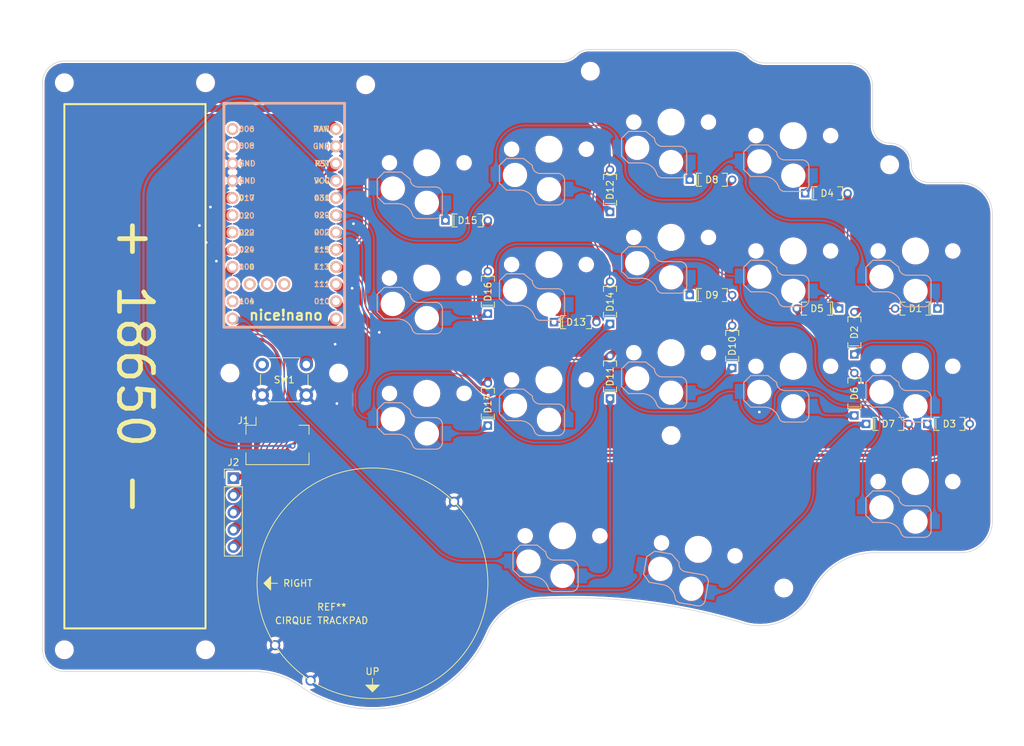
<source format=kicad_pcb>
(kicad_pcb (version 20211014) (generator pcbnew)

  (general
    (thickness 1.6)
  )

  (paper "A4")
  (layers
    (0 "F.Cu" signal)
    (31 "B.Cu" signal)
    (32 "B.Adhes" user "B.Adhesive")
    (33 "F.Adhes" user "F.Adhesive")
    (34 "B.Paste" user)
    (35 "F.Paste" user)
    (36 "B.SilkS" user "B.Silkscreen")
    (37 "F.SilkS" user "F.Silkscreen")
    (38 "B.Mask" user)
    (39 "F.Mask" user)
    (40 "Dwgs.User" user "User.Drawings")
    (41 "Cmts.User" user "User.Comments")
    (42 "Eco1.User" user "User.Eco1")
    (43 "Eco2.User" user "User.Eco2")
    (44 "Edge.Cuts" user)
    (45 "Margin" user)
    (46 "B.CrtYd" user "B.Courtyard")
    (47 "F.CrtYd" user "F.Courtyard")
    (48 "B.Fab" user)
    (49 "F.Fab" user)
    (50 "User.1" user)
    (51 "User.2" user)
    (52 "User.3" user)
    (53 "User.4" user)
    (54 "User.5" user)
    (55 "User.6" user)
    (56 "User.7" user)
    (57 "User.8" user)
    (58 "User.9" user)
  )

  (setup
    (stackup
      (layer "F.SilkS" (type "Top Silk Screen"))
      (layer "F.Paste" (type "Top Solder Paste"))
      (layer "F.Mask" (type "Top Solder Mask") (thickness 0.01))
      (layer "F.Cu" (type "copper") (thickness 0.035))
      (layer "dielectric 1" (type "core") (thickness 1.51) (material "FR4") (epsilon_r 4.5) (loss_tangent 0.02))
      (layer "B.Cu" (type "copper") (thickness 0.035))
      (layer "B.Mask" (type "Bottom Solder Mask") (thickness 0.01))
      (layer "B.Paste" (type "Bottom Solder Paste"))
      (layer "B.SilkS" (type "Bottom Silk Screen"))
      (copper_finish "None")
      (dielectric_constraints no)
    )
    (pad_to_mask_clearance 0)
    (pcbplotparams
      (layerselection 0x00010fc_ffffffff)
      (disableapertmacros false)
      (usegerberextensions false)
      (usegerberattributes true)
      (usegerberadvancedattributes true)
      (creategerberjobfile true)
      (svguseinch false)
      (svgprecision 6)
      (excludeedgelayer true)
      (plotframeref false)
      (viasonmask false)
      (mode 1)
      (useauxorigin false)
      (hpglpennumber 1)
      (hpglpenspeed 20)
      (hpglpendiameter 15.000000)
      (dxfpolygonmode true)
      (dxfimperialunits true)
      (dxfusepcbnewfont true)
      (psnegative false)
      (psa4output false)
      (plotreference true)
      (plotvalue true)
      (plotinvisibletext false)
      (sketchpadsonfab false)
      (subtractmaskfromsilk false)
      (outputformat 1)
      (mirror false)
      (drillshape 1)
      (scaleselection 1)
      (outputdirectory "")
    )
  )

  (net 0 "")
  (net 1 "/TRACK_SCK")
  (net 2 "/TRACK_CIPO")
  (net 3 "/TRACK_CS")
  (net 4 "/TRACK_DATA_READY")
  (net 5 "/TRACK_COPI")
  (net 6 "/TRACK_BTN2")
  (net 7 "/TRACK_BTN3")
  (net 8 "/TRACK_BTN1")
  (net 9 "/TRACK_SCL")
  (net 10 "/TRACK_SDA")
  (net 11 "GND")
  (net 12 "VCC")
  (net 13 "/RST")
  (net 14 "Net-(BT1-Pad1)")
  (net 15 "Net-(D1-Pad1)")
  (net 16 "C_PINKY")
  (net 17 "Net-(D2-Pad1)")
  (net 18 "Net-(D3-Pad1)")
  (net 19 "Net-(D4-Pad1)")
  (net 20 "C_RING")
  (net 21 "Net-(D5-Pad1)")
  (net 22 "Net-(D6-Pad1)")
  (net 23 "Net-(D7-Pad1)")
  (net 24 "Net-(D8-Pad1)")
  (net 25 "C_MIDDLE")
  (net 26 "Net-(D9-Pad1)")
  (net 27 "Net-(D10-Pad1)")
  (net 28 "Net-(D11-Pad1)")
  (net 29 "Net-(D12-Pad1)")
  (net 30 "C_INDEX")
  (net 31 "Net-(D13-Pad1)")
  (net 32 "Net-(D14-Pad1)")
  (net 33 "Net-(D15-Pad1)")
  (net 34 "C_INNER")
  (net 35 "Net-(D16-Pad1)")
  (net 36 "Net-(D17-Pad1)")
  (net 37 "R_TOP")
  (net 38 "R_HOME")
  (net 39 "R_BOTTOM")
  (net 40 "R_THUMB")
  (net 41 "unconnected-(U1-Pad33)")
  (net 42 "unconnected-(U1-Pad32)")
  (net 43 "unconnected-(U1-Pad31)")
  (net 44 "unconnected-(U1-Pad11)")
  (net 45 "unconnected-(U1-Pad10)")
  (net 46 "unconnected-(U1-Pad2)")
  (net 47 "unconnected-(U1-Pad1)")

  (footprint "1N4148:DIOAD829W49L456D191" (layer "F.Cu") (at 186 83 90))

  (footprint "MountingHole:MountingHole_2.2mm_M2" (layer "F.Cu") (at 148 95))

  (footprint "mbk:Choc-1u" (layer "F.Cu") (at 177 81))

  (footprint "mbk:Choc-1u" (layer "F.Cu") (at 217 121 -10))

  (footprint "1N4148:DIOAD829W49L456D191" (layer "F.Cu") (at 240 98 90))

  (footprint "MountingHole:MountingHole_2.2mm_M2" (layer "F.Cu") (at 201.1 50.5))

  (footprint "mbk:Choc-1u" (layer "F.Cu") (at 249 77))

  (footprint "1N4148:DIOAD829W49L456D191" (layer "F.Cu") (at 204 68 90))

  (footprint "Connector_PinHeader_2.54mm:PinHeader_1x05_P2.54mm_Vertical" (layer "F.Cu") (at 148.5 110.5))

  (footprint "MountingHole:MountingHole_2.2mm_M2" (layer "F.Cu") (at 245.2 64.3))

  (footprint "MountingHole:MountingHole_2.2mm_M2" (layer "F.Cu") (at 123.6 52.2))

  (footprint "mbk:Choc-1u" (layer "F.Cu") (at 177 98))

  (footprint "1N4148:DIOAD829W49L456D191" (layer "F.Cu") (at 186 99.5 90))

  (footprint "1N4148:DIOAD829W49L456D191" (layer "F.Cu") (at 219 66.5))

  (footprint "mbk:Choc-1u" (layer "F.Cu") (at 231 94))

  (footprint "1N4148:DIOAD829W49L456D191" (layer "F.Cu") (at 204 84.5 90))

  (footprint "xenua:BatteryHolder_18650_SMD" (layer "F.Cu") (at 134 94 -90))

  (footprint "mbk:Choc-1u" (layer "F.Cu") (at 195 79))

  (footprint "mbk:Choc-1u" (layer "F.Cu") (at 195 96))

  (footprint "1N4148:DIOAD829W49L456D191" (layer "F.Cu") (at 254 102.5))

  (footprint "MountingHole:MountingHole_2.2mm_M2" (layer "F.Cu") (at 144.4 135.8))

  (footprint "mbk:Choc-1u" (layer "F.Cu") (at 231 77))

  (footprint "mbk:Choc-1u" (layer "F.Cu") (at 249 111))

  (footprint "1N4148:DIOAD829W49L456D191" (layer "F.Cu") (at 199 87.5))

  (footprint "1N4148:DIOAD829W49L456D191" (layer "F.Cu") (at 249 85.5 180))

  (footprint "mbk:Choc-1u" (layer "F.Cu") (at 231 60))

  (footprint "1N4148:DIOAD829W49L456D191" (layer "F.Cu") (at 236 68.5))

  (footprint "mbk:Choc-1u" (layer "F.Cu") (at 195 62))

  (footprint "Connector_FFC-FPC:Hirose_FH12-12S-0.5SH_1x12-1MP_P0.50mm_Horizontal" (layer "F.Cu") (at 155 104))

  (footprint "MountingHole:MountingHole_2.2mm_M2" (layer "F.Cu") (at 164 95))

  (footprint "MountingHole:MountingHole_2.2mm_M2" (layer "F.Cu") (at 229.6 126.7))

  (footprint "mbk:Choc-1u" (layer "F.Cu") (at 197 119))

  (footprint "1N4148:DIOAD829W49L456D191" (layer "F.Cu") (at 234.5 85.5 180))

  (footprint "mbk:Choc-1u" (layer "F.Cu") (at 213 58))

  (footprint "1N4148:DIOAD829W49L456D191" (layer "F.Cu") (at 219 83.5))

  (footprint "MountingHole:MountingHole_2.2mm_M2" (layer "F.Cu") (at 144.4 52.2))

  (footprint "mbk:Choc-1u" (layer "F.Cu") (at 213 92))

  (footprint "MountingHole:MountingHole_2.2mm_M2" (layer "F.Cu") (at 213 104.2))

  (footprint "cirque:cirque_TM035035" (layer "F.Cu") (at 169 126 180))

  (footprint "MountingHole:MountingHole_2.2mm_M2" (layer "F.Cu") (at 123.6 135.8))

  (footprint "mbk:Choc-1u" (layer "F.Cu") (at 249 94))

  (footprint "1N4148:DIOAD829W49L456D191" (layer "F.Cu") (at 204 95.5 90))

  (footprint "1N4148:DIOAD829W49L456D191" (layer "F.Cu")
    (tedit 6235BD20) (tstamp d28dbc72-4d34-48a5-a32e-b7fe15c48e16)
    (at 245 102.5)
    (property "Sheetfile" "right.kicad_sch")
    (property "Sheetname" "")
    (path "/aac3b6c6-7b1e-42f3-87ed-0fe6bc10295a")
    (attr through_hole)
    (fp_text reference "D7" (at 0 0) (layer "F.SilkS")
      (effects (font (size 1.000102 1.000102) (thickness 0.15)))
      (tstamp e4590d81-d7f0-4cae-992a-57b5eb7b5833)
    )
    (fp_text value "D_Small" (at 0 2) (layer "F.Fab")
      (effects (font (size 1.001921 1.001921) (thickness 0.15)))
      (tstamp 1a93aa00-c6ae-496b-83b5-4dc22b9bfd16)
    )
    (fp_line (start -2.28 -0.96) (end -2.28 0) (layer "F.SilkS") (width 0.127) (tstamp 054bbba6-4d95-407e-9592-657b962e9da5))
    (fp_line (start -2.28 0) (end -2.28 0.95) (layer "F.SilkS") (width 0.127) (tstamp 5b987518-0214-4b16-a8fb-33c92e49a6c1))
    (fp_line (start -2.28 0.96) (end -1.52 0.96) (layer "F.SilkS") (width 0.127) (tstamp 630ea7c6-0254-4ad7-80dd-5bbb1cb1fec7))
    (fp_line (start 1.52 -0.96) (end 2.28 -0.96) (layer "F.SilkS") (width 0.127) (tstamp 6c93fc46-df92-41f1-9cfc-bc93df76a8b6))
    (fp_line (start -2 -0.75) (end -2 0.75) (layer "F.SilkS") (width 0.12) (tstamp 75e75b83-a92f-467a-8209-6d098f0115df))
    (fp_line (start 2.28 -0.95) (end 2.28 0) (layer "F.SilkS") (width 0.127) (tstamp 9026a5c6-4d49-4f66-9f04-6d3aa410db33))
    (fp_line (start -2.28 -0.96) (end -1.52 -0.96) (layer "F.SilkS") (width 0.127) (tstamp 9973b483-2c65-4a15-acab-2f7e84d94022))
    (fp_line (start 2.28 0) (en
... [2223077 chars truncated]
</source>
